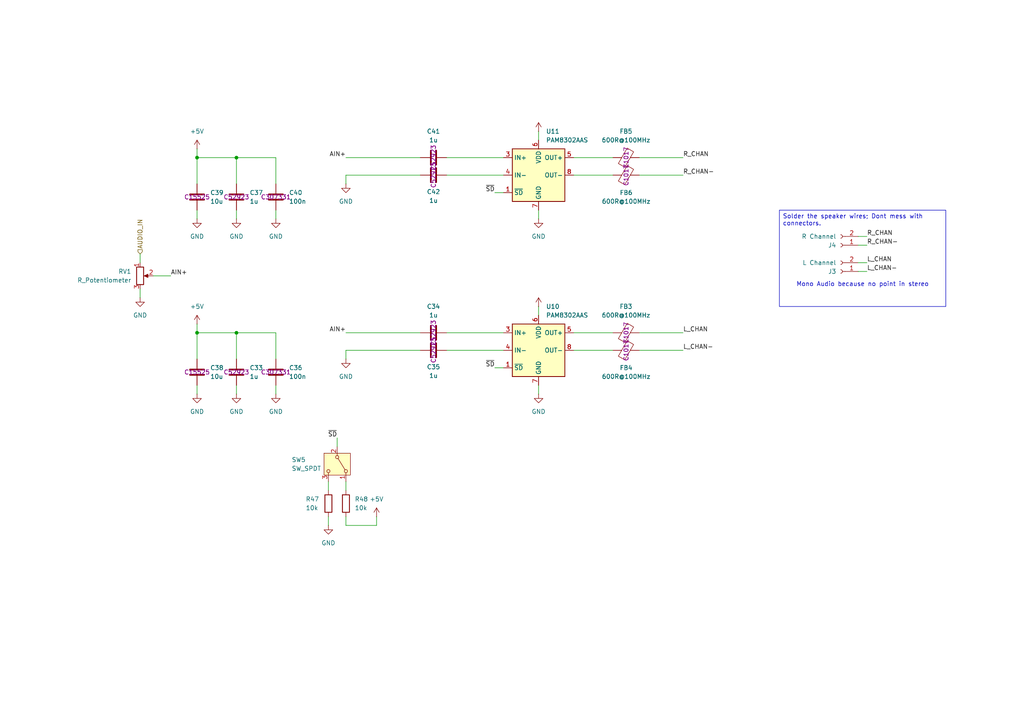
<source format=kicad_sch>
(kicad_sch (version 20250114) (generator "eeschema") (generator_version "9.0")
  (paper "A4")
  (title_block (rev "Rev.1"))
  (lib_symbols
    (symbol "Amplifier_Audio:PAM8302AAS"
      (property "Reference" "U" (at 7.62 11.43 0))
      (property "Value" "PAM8302AAS" (at 7.62 8.89 0))
      (symbol "PAM8302AAS_0_1"
        (rectangle (start -7.62 7.62) (end 7.62 -7.62) (stroke (width 0.254)) (fill (type background)))
      )
      (symbol "PAM8302AAS_1_1"
        (pin input line (at -10.16 5.08 0) (length 2.54) (name "IN+") (number "3"))
        (pin input line (at -10.16 0 0) (length 2.54) (name "IN-") (number "4"))
        (pin input line (at -10.16 -5.08 0) (length 2.54) (name "~{SD}") (number "1"))
        (pin power_in line (at 0 10.16 270) (length 2.54) (name "VDD") (number "6"))
        (pin power_in line (at 0 -10.16 90) (length 2.54) (name "GND") (number "7"))
        (pin no_connect line (at 7.62 -5.08 180) (length 2.54) (hide yes) (name "NC") (number "2"))
        (pin output line (at 10.16 5.08 180) (length 2.54) (name "OUT+") (number "5"))
        (pin output line (at 10.16 0 180) (length 2.54) (name "OUT-") (number "8"))
      )
    )
    (symbol "Connector:Conn_01x02_Socket" (pin_names (offset 1.016) (hide yes))
      (property "Reference" "J" (at 0 2.54 0))
      (property "Value" "Conn_01x02_Socket" (at 0 -5.08 0))
      (symbol "Conn_01x02_Socket_1_1"
        (polyline (pts (xy -1.27 0) (xy -0.508 0)) (stroke (width 0.1524)))
        (polyline (pts (xy -1.27 -2.54) (xy -0.508 -2.54)) (stroke (width 0.1524)))
        (arc (start 0 -0.508) (mid -0.5058 0) (end 0 0.508) (stroke (width 0.1524)))
        (arc (start 0 -3.048) (mid -0.5058 -2.54) (end 0 -2.032) (stroke (width 0.1524)))
        (pin passive line (at -5.08 0 0) (length 3.81) (name "Pin_1") (number "1"))
        (pin passive line (at -5.08 -2.54 0) (length 3.81) (name "Pin_2") (number "2"))
      )
    )
    (symbol "Device:C" (pin_numbers (hide yes)) (pin_names (offset 0.254))
      (property "Reference" "C" (at 0.635 2.54 0))
      (property "Value" "C" (at 0.635 -2.54 0))
      (symbol "C_0_1"
        (polyline (pts (xy -2.032 0.762) (xy 2.032 0.762)) (stroke (width 0.508)))
        (polyline (pts (xy -2.032 -0.762) (xy 2.032 -0.762)) (stroke (width 0.508)))
      )
      (symbol "C_1_1"
        (pin passive line (at 0 3.81 270) (length 2.794) (name "~") (number "1"))
        (pin passive line (at 0 -3.81 90) (length 2.794) (name "~") (number "2"))
      )
    )
    (symbol "Device:FerriteBead" (pin_numbers (hide yes)) (pin_names (offset 0))
      (property "Reference" "FB" (at -3.81 0.635 90))
      (property "Value" "FerriteBead" (at 3.81 0 90))
      (symbol "FerriteBead_0_1"
        (polyline (pts (xy -2.7686 0.4064) (xy -1.7018 2.2606) (xy 2.7686 -0.3048) (xy 1.6764 -2.159) (xy -2.7686 0.4064)))
        (polyline (pts (xy 0 1.27) (xy 0 1.2954)))
        (polyline (pts (xy 0 -1.27) (xy 0 -1.2192)))
      )
      (symbol "FerriteBead_1_1"
        (pin passive line (at 0 3.81 270) (length 2.54) (name "~") (number "1"))
        (pin passive line (at 0 -3.81 90) (length 2.54) (name "~") (number "2"))
      )
    )
    (symbol "Device:R" (pin_numbers (hide yes)) (pin_names (offset 0))
      (property "Reference" "R" (at 2.032 0 90))
      (property "Value" "R" (at 0 0 90))
      (symbol "R_0_1"
        (rectangle (start -1.016 -2.54) (end 1.016 2.54) (stroke (width 0.254)))
      )
      (symbol "R_1_1"
        (pin passive line (at 0 3.81 270) (length 1.27) (name "~") (number "1"))
        (pin passive line (at 0 -3.81 90) (length 1.27) (name "~") (number "2"))
      )
    )
    (symbol "Device:R_Potentiometer" (pin_names (offset 1.016) (hide yes))
      (property "Reference" "RV" (at -4.445 0 90))
      (property "Value" "R_Potentiometer" (at -2.54 0 90))
      (symbol "R_Potentiometer_0_1"
        (rectangle (start 1.016 2.54) (end -1.016 -2.54) (stroke (width 0.254)))
        (polyline (pts (xy 1.143 0) (xy 2.286 0.508) (xy 2.286 -0.508) (xy 1.143 0)) (fill (type outline)))
        (polyline (pts (xy 2.54 0) (xy 1.524 0)))
      )
      (symbol "R_Potentiometer_1_1"
        (pin passive line (at 0 3.81 270) (length 1.27) (name "1") (number "1"))
        (pin passive line (at 0 -3.81 90) (length 1.27) (name "3") (number "3"))
        (pin passive line (at 3.81 0 180) (length 1.27) (name "2") (number "2"))
      )
    )
    (symbol "Switch:SW_SPDT" (pin_names (offset 0) (hide yes))
      (property "Reference" "SW" (at 0 5.08 0))
      (property "Value" "SW_SPDT" (at 0 -5.08 0))
      (symbol "SW_SPDT_0_1"
        (circle (center -2.032 0) (radius 0.4572))
        (polyline (pts (xy -1.651 0.254) (xy 1.651 2.286)))
        (circle (center 2.032 2.54) (radius 0.4572))
        (circle (center 2.032 -2.54) (radius 0.4572))
      )
      (symbol "SW_SPDT_1_1"
        (rectangle (start -3.175 3.81) (end 3.175 -3.81) (fill (type background)))
        (pin passive line (at -5.08 0 0) (length 2.54) (name "B") (number "2"))
        (pin passive line (at 5.08 2.54 180) (length 2.54) (name "A") (number "1"))
        (pin passive line (at 5.08 -2.54 180) (length 2.54) (name "C") (number "3"))
      )
    )
    (symbol "power:+5V" (power) (pin_numbers (hide yes)) (pin_names (offset 0) (hide yes))
      (property "Value" "+5V" (at 0 3.556 0))
      (symbol "+5V_0_1"
        (polyline (pts (xy -0.762 1.27) (xy 0 2.54)))
        (polyline (pts (xy 0 2.54) (xy 0.762 1.27)))
        (polyline (pts (xy 0 0) (xy 0 2.54)))
      )
      (symbol "+5V_1_1"
        (pin power_in line (at 0 0 90) (length 0) (name "~") (number "1"))
      )
    )
    (symbol "power:GND" (power) (pin_numbers (hide yes)) (pin_names (offset 0) (hide yes))
      (property "Value" "GND" (at 0 -3.81 0))
      (symbol "GND_0_1"
        (polyline (pts (xy 0 0) (xy 0 -1.27) (xy 1.27 -1.27) (xy 0 -2.54) (xy -1.27 -1.27) (xy 0 -1.27)))
      )
      (symbol "GND_1_1"
        (pin power_in line (at 0 0 270) (length 0) (name "~") (number "1"))
      )
    )
  )
  (text "Mono Audio because no point in stereo" (at 250.19 82.55 0) (effects (font (size 1.27 1.27))))
  (text_box "Solder the speaker wires; Dont mess with connectors." (at 226.06 60.96 0) (size 48.26 27.94) (margins 0.9525 0.9525 0.9525 0.9525) (effects (font (size 1.27 1.27)) (justify left top)))
  (junction (at 57.15 96.52))
  (junction (at 68.58 96.52))
  (junction (at 57.15 45.72))
  (junction (at 68.58 45.72))
  (wire (pts (xy 185.42 101.6) (xy 198.12 101.6)))
  (wire (pts (xy 95.25 139.7) (xy 95.25 142.24)))
  (wire (pts (xy 57.15 60.96) (xy 57.15 63.5)))
  (wire (pts (xy 68.58 45.72) (xy 80.01 45.72)))
  (wire (pts (xy 95.25 149.86) (xy 95.25 152.4)))
  (wire (pts (xy 185.42 45.72) (xy 198.12 45.72)))
  (wire (pts (xy 129.54 50.8) (xy 146.05 50.8)))
  (wire (pts (xy 68.58 104.14) (xy 68.58 96.52)))
  (wire (pts (xy 166.37 45.72) (xy 177.8 45.72)))
  (wire (pts (xy 129.54 96.52) (xy 146.05 96.52)))
  (wire (pts (xy 129.54 101.6) (xy 146.05 101.6)))
  (wire (pts (xy 156.21 38.1) (xy 156.21 40.64)))
  (wire (pts (xy 143.51 106.68) (xy 146.05 106.68)))
  (wire (pts (xy 100.33 101.6) (xy 121.92 101.6)))
  (wire (pts (xy 57.15 96.52) (xy 68.58 96.52)))
  (wire (pts (xy 143.51 55.88) (xy 146.05 55.88)))
  (wire (pts (xy 57.15 111.76) (xy 57.15 114.3)))
  (wire (pts (xy 68.58 60.96) (xy 68.58 63.5)))
  (wire (pts (xy 248.92 71.12) (xy 251.46 71.12)))
  (wire (pts (xy 100.33 53.34) (xy 100.33 50.8)))
  (wire (pts (xy 68.58 96.52) (xy 80.01 96.52)))
  (wire (pts (xy 97.79 127) (xy 97.79 129.54)))
  (wire (pts (xy 57.15 104.14) (xy 57.15 96.52)))
  (wire (pts (xy 166.37 96.52) (xy 177.8 96.52)))
  (wire (pts (xy 166.37 101.6) (xy 177.8 101.6)))
  (wire (pts (xy 251.46 76.2) (xy 248.92 76.2)))
  (wire (pts (xy 57.15 93.98) (xy 57.15 96.52)))
  (wire (pts (xy 80.01 45.72) (xy 80.01 53.34)))
  (wire (pts (xy 156.21 60.96) (xy 156.21 63.5)))
  (wire (pts (xy 57.15 45.72) (xy 68.58 45.72)))
  (wire (pts (xy 248.92 78.74) (xy 251.46 78.74)))
  (wire (pts (xy 80.01 60.96) (xy 80.01 63.5)))
  (wire (pts (xy 100.33 96.52) (xy 121.92 96.52)))
  (wire (pts (xy 100.33 45.72) (xy 121.92 45.72)))
  (wire (pts (xy 100.33 50.8) (xy 121.92 50.8)))
  (wire (pts (xy 251.46 68.58) (xy 248.92 68.58)))
  (wire (pts (xy 185.42 50.8) (xy 198.12 50.8)))
  (wire (pts (xy 68.58 53.34) (xy 68.58 45.72)))
  (wire (pts (xy 57.15 43.18) (xy 57.15 45.72)))
  (wire (pts (xy 80.01 96.52) (xy 80.01 104.14)))
  (wire (pts (xy 166.37 50.8) (xy 177.8 50.8)))
  (wire (pts (xy 44.45 80.01) (xy 49.53 80.01)))
  (wire (pts (xy 100.33 104.14) (xy 100.33 101.6)))
  (wire (pts (xy 100.33 139.7) (xy 100.33 142.24)))
  (wire (pts (xy 156.21 111.76) (xy 156.21 114.3)))
  (wire (pts (xy 80.01 111.76) (xy 80.01 114.3)))
  (wire (pts (xy 185.42 96.52) (xy 198.12 96.52)))
  (wire (pts (xy 68.58 111.76) (xy 68.58 114.3)))
  (wire (pts (xy 40.64 73.66) (xy 40.64 76.2)))
  (wire (pts (xy 40.64 83.82) (xy 40.64 86.36)))
  (wire (pts (xy 129.54 45.72) (xy 146.05 45.72)))
  (wire (pts (xy 57.15 53.34) (xy 57.15 45.72)))
  (wire (pts (xy 156.21 88.9) (xy 156.21 91.44)))
  (wire (pts (xy 100.33 152.4) (xy 100.33 149.86)))
  (wire (pts (xy 109.22 149.86) (xy 109.22 152.4)))
  (wire (pts (xy 109.22 152.4) (xy 100.33 152.4)))
  (label "L_CHAN" (at 251.46 76.2 0))
  (label "L_CHAN" (at 198.12 96.52 0))
  (label "R_CHAN" (at 251.46 68.58 0))
  (label "R_CHAN-" (at 198.12 50.8 0))
  (label "R_CHAN-" (at 251.46 71.12 0))
  (label "AIN+" (at 49.53 80.01 0))
  (label "AIN+" (at 100.33 45.72 180))
  (label "~{SD}" (at 143.51 55.88 180))
  (label "~{SD}" (at 97.79 127 180))
  (label "L_CHAN-" (at 251.46 78.74 0))
  (label "R_CHAN" (at 198.12 45.72 0))
  (label "~{SD}" (at 143.51 106.68 180))
  (label "L_CHAN-" (at 198.12 101.6 0))
  (label "AIN+" (at 100.33 96.52 180))
  (hierarchical_label "AUDIO_IN" (shape input) (at 40.64 73.66 90))
  (symbol (lib_id "Device:C") (at 68.58 107.95 0) (unit 1)
    (property "Reference" "C33" (at 72.39 106.6799 0) (effects (justify left)))
    (property "Value" "1u" (at 72.39 109.2199 0) (effects (justify left)))
    (property "Footprint" "Capacitor_SMD:C_0402_1005Metric" (effects (hide yes)))
    (property "Description" "Unpolarized capacitor" (effects (hide yes)))
    (property "LCSC" "C52923" (at 68.58 107.95 0))
  )
  (symbol (lib_id "power:GND") (at 95.25 152.4 0) (unit 1)
    (property "Reference" "#PWR072" (effects (hide yes)))
    (property "Value" "GND" (at 95.25 157.48 0))
    (property "Description" "Power symbol creates a global label with name \"GND\" , ground" (effects (hide yes)))
  )
  (symbol (lib_id "power:GND") (at 68.58 114.3 0) (unit 1)
    (property "Reference" "#PWR058" (effects (hide yes)))
    (property "Value" "GND" (at 68.58 119.38 0))
    (property "Description" "Power symbol creates a global label with name \"GND\" , ground" (effects (hide yes)))
  )
  (symbol (lib_id "Device:FerriteBead") (at 181.61 50.8 90) (unit 1)
    (property "Reference" "FB6" (at 181.61 55.88 90))
    (property "Value" "600R@100MHz" (at 181.61 58.42 90))
    (property "Footprint" "Resistor_SMD:R_0805_2012Metric" (effects (hide yes)))
    (property "Description" "Ferrite bead" (effects (hide yes)))
    (property "LCSC" "C1017" (at 181.61 50.8 0))
  )
  (symbol (lib_id "Device:C") (at 125.73 50.8 90) (unit 1)
    (property "Reference" "C42" (at 125.73 55.626 90))
    (property "Value" "1u" (at 125.73 58.166 90))
    (property "Footprint" "Capacitor_SMD:C_0402_1005Metric" (effects (hide yes)))
    (property "Description" "Unpolarized capacitor" (effects (hide yes)))
    (property "LCSC" "C52923" (at 125.73 50.8 0))
  )
  (symbol (lib_id "Device:FerriteBead") (at 181.61 96.52 90) (unit 1)
    (property "Reference" "FB3" (at 181.5592 88.9 90))
    (property "Value" "600R@100MHz" (at 181.5592 91.44 90))
    (property "Footprint" "Resistor_SMD:R_0805_2012Metric" (effects (hide yes)))
    (property "Description" "Ferrite bead" (effects (hide yes)))
    (property "LCSC" "C1017" (at 181.61 96.52 0))
  )
  (symbol (lib_id "power:GND") (at 156.21 63.5 0) (unit 1)
    (property "Reference" "#PWR075" (effects (hide yes)))
    (property "Value" "GND" (at 156.21 68.58 0))
    (property "Description" "Power symbol creates a global label with name \"GND\" , ground" (effects (hide yes)))
  )
  (symbol (lib_id "power:+5V") (at 57.15 43.18 0) (unit 1)
    (property "Reference" "#PWR064" (effects (hide yes)))
    (property "Value" "+5V" (at 57.15 38.1 0))
    (property "Description" "Power symbol creates a global label with name \"+5V\"" (effects (hide yes)))
  )
  (symbol (lib_id "power:GND") (at 100.33 104.14 0) (unit 1)
    (property "Reference" "#PWR057" (effects (hide yes)))
    (property "Value" "GND" (at 100.33 109.22 0))
    (property "Description" "Power symbol creates a global label with name \"GND\" , ground" (effects (hide yes)))
  )
  (symbol (lib_id "power:GND") (at 68.58 63.5 0) (unit 1)
    (property "Reference" "#PWR069" (effects (hide yes)))
    (property "Value" "GND" (at 68.58 68.58 0))
    (property "Description" "Power symbol creates a global label with name \"GND\" , ground" (effects (hide yes)))
  )
  (symbol (lib_id "power:GND") (at 100.33 53.34 0) (unit 1)
    (property "Reference" "#PWR071" (effects (hide yes)))
    (property "Value" "GND" (at 100.33 58.42 0))
    (property "Description" "Power symbol creates a global label with name \"GND\" , ground" (effects (hide yes)))
  )
  (symbol (lib_id "Device:R") (at 95.25 146.05 0) (unit 1)
    (property "Reference" "R47" (at 88.646 144.78 0) (effects (justify left)))
    (property "Value" "10k" (at 88.646 147.32 0) (effects (justify left)))
    (property "Footprint" "Resistor_SMD:R_0402_1005Metric" (effects (hide yes)))
    (property "Description" "Resistor" (effects (hide yes)))
  )
  (symbol (lib_id "Connector:Conn_01x02_Socket") (at 243.84 71.12 180) (unit 1)
    (property "Reference" "J4" (at 242.57 71.1201 0) (effects (justify left)))
    (property "Value" "R Channel" (at 242.57 68.5801 0) (effects (justify left)))
    (property "Footprint" "Connector_PinSocket_2.54mm:PinSocket_1x02_P2.54mm_Vertical" (effects (hide yes)))
    (property "Description" "Generic connector, single row, 01x02, script generated" (effects (hide yes)))
  )
  (symbol (lib_id "power:+5V") (at 109.22 149.86 0) (unit 1)
    (property "Reference" "#PWR073" (effects (hide yes)))
    (property "Value" "+5V" (at 109.22 144.78 0))
    (property "Description" "Power symbol creates a global label with name \"+5V\"" (effects (hide yes)))
  )
  (symbol (lib_id "Device:C") (at 125.73 96.52 90) (unit 1)
    (property "Reference" "C34" (at 125.73 88.9 90))
    (property "Value" "1u" (at 125.73 91.44 90))
    (property "Footprint" "Capacitor_SMD:C_0402_1005Metric" (effects (hide yes)))
    (property "Description" "Unpolarized capacitor" (effects (hide yes)))
    (property "LCSC" "C52923" (at 125.73 96.52 0))
  )
  (symbol (lib_id "Device:FerriteBead") (at 181.61 101.6 90) (unit 1)
    (property "Reference" "FB4" (at 181.61 106.68 90))
    (property "Value" "600R@100MHz" (at 181.61 109.22 90))
    (property "Footprint" "Resistor_SMD:R_0805_2012Metric" (effects (hide yes)))
    (property "Description" "Ferrite bead" (effects (hide yes)))
    (property "LCSC" "C1017" (at 181.61 101.6 0))
  )
  (symbol (lib_id "power:GND") (at 40.64 86.36 0) (unit 1)
    (property "Reference" "#PWR063" (effects (hide yes)))
    (property "Value" "GND" (at 40.64 91.44 0))
    (property "Description" "Power symbol creates a global label with name \"GND\" , ground" (effects (hide yes)))
  )
  (symbol (lib_id "Device:R") (at 100.33 146.05 0) (unit 1)
    (property "Reference" "R48" (at 102.87 144.7799 0) (effects (justify left)))
    (property "Value" "10k" (at 102.87 147.3199 0) (effects (justify left)))
    (property "Footprint" "Resistor_SMD:R_0402_1005Metric" (effects (hide yes)))
    (property "Description" "Resistor" (effects (hide yes)))
  )
  (symbol (lib_id "power:+5V") (at 156.21 38.1 0) (unit 1)
    (property "Reference" "#PWR074" (effects (hide yes)))
    (property "Value" "+5V" (effects (hide yes)))
    (property "Description" "Power symbol creates a global label with name \"+5V\"" (effects (hide yes)))
  )
  (symbol (lib_id "Switch:SW_SPDT") (at 97.79 134.62 270) (unit 1)
    (property "Reference" "SW5" (at 84.582 133.35 90) (effects (justify left)))
    (property "Value" "SW_SPDT" (at 84.582 135.89 90) (effects (justify left)))
    (property "Footprint" "Button_Switch_SMD:SW_SPDT_PCM12" (effects (hide yes)))
    (property "Description" "Switch, single pole double throw" (effects (hide yes)))
  )
  (symbol (lib_id "Device:C") (at 80.01 107.95 0) (unit 1)
    (property "Reference" "C36" (at 83.82 106.6799 0) (effects (justify left)))
    (property "Value" "100n" (at 83.82 109.2199 0) (effects (justify left)))
    (property "Footprint" "Capacitor_SMD:C_0402_1005Metric" (effects (hide yes)))
    (property "Description" "Unpolarized capacitor" (effects (hide yes)))
    (property "LCSC" "C307331" (at 80.01 107.95 0))
  )
  (symbol (lib_id "power:GND") (at 80.01 114.3 0) (unit 1)
    (property "Reference" "#PWR060" (effects (hide yes)))
    (property "Value" "GND" (at 80.01 119.38 0))
    (property "Description" "Power symbol creates a global label with name \"GND\" , ground" (effects (hide yes)))
  )
  (symbol (lib_id "power:GND") (at 156.21 114.3 0) (unit 1)
    (property "Reference" "#PWR062" (effects (hide yes)))
    (property "Value" "GND" (at 156.21 119.38 0))
    (property "Description" "Power symbol creates a global label with name \"GND\" , ground" (effects (hide yes)))
  )
  (symbol (lib_id "Device:C") (at 80.01 57.15 0) (unit 1)
    (property "Reference" "C40" (at 83.82 55.8799 0) (effects (justify left)))
    (property "Value" "100n" (at 83.82 58.4199 0) (effects (justify left)))
    (property "Footprint" "Capacitor_SMD:C_0402_1005Metric" (effects (hide yes)))
    (property "Description" "Unpolarized capacitor" (effects (hide yes)))
    (property "LCSC" "C307331" (at 80.01 57.15 0))
  )
  (symbol (lib_id "Amplifier_Audio:PAM8302AAS") (at 156.21 101.6 0) (unit 1)
    (property "Reference" "U10" (at 158.3533 88.9 0) (effects (justify left)))
    (property "Value" "PAM8302AAS" (at 158.3533 91.44 0) (effects (justify left)))
    (property "Footprint" "Package_SO:MSOP-8_3x3mm_P0.65mm" (effects (hide yes)))
    (property "Datasheet" "https://www.diodes.com/assets/Datasheets/PAM8302A.pdf" (effects (hide yes)))
    (property "Description" "2.5W Filterless Class-D Mono Audio Amplifier, MSOP-8" (effects (hide yes)))
  )
  (symbol (lib_id "Device:FerriteBead") (at 181.61 45.72 90) (unit 1)
    (property "Reference" "FB5" (at 181.5592 38.1 90))
    (property "Value" "600R@100MHz" (at 181.5592 40.64 90))
    (property "Footprint" "Resistor_SMD:R_0805_2012Metric" (effects (hide yes)))
    (property "Description" "Ferrite bead" (effects (hide yes)))
    (property "LCSC" "C1017" (at 181.61 45.72 0))
  )
  (symbol (lib_id "power:GND") (at 57.15 114.3 0) (unit 1)
    (property "Reference" "#PWR065" (effects (hide yes)))
    (property "Value" "GND" (at 57.15 119.38 0))
    (property "Description" "Power symbol creates a global label with name \"GND\" , ground" (effects (hide yes)))
  )
  (symbol (lib_id "power:+5V") (at 57.15 93.98 0) (unit 1)
    (property "Reference" "#PWR059" (effects (hide yes)))
    (property "Value" "+5V" (at 57.15 88.9 0))
    (property "Description" "Power symbol creates a global label with name \"+5V\"" (effects (hide yes)))
  )
  (symbol (lib_id "Connector:Conn_01x02_Socket") (at 243.84 78.74 180) (unit 1)
    (property "Reference" "J3" (at 242.57 78.7401 0) (effects (justify left)))
    (property "Value" "L Channel" (at 242.57 76.2001 0) (effects (justify left)))
    (property "Footprint" "Connector_PinSocket_2.54mm:PinSocket_1x02_P2.54mm_Vertical" (effects (hide yes)))
    (property "Description" "Generic connector, single row, 01x02, script generated" (effects (hide yes)))
  )
  (symbol (lib_id "power:GND") (at 80.01 63.5 0) (unit 1)
    (property "Reference" "#PWR070" (effects (hide yes)))
    (property "Value" "GND" (at 80.01 68.58 0))
    (property "Description" "Power symbol creates a global label with name \"GND\" , ground" (effects (hide yes)))
  )
  (symbol (lib_id "power:+5V") (at 156.21 88.9 0) (unit 1)
    (property "Reference" "#PWR061" (effects (hide yes)))
    (property "Value" "+5V" (effects (hide yes)))
    (property "Description" "Power symbol creates a global label with name \"+5V\"" (effects (hide yes)))
  )
  (symbol (lib_id "power:GND") (at 57.15 63.5 0) (unit 1)
    (property "Reference" "#PWR068" (effects (hide yes)))
    (property "Value" "GND" (at 57.15 68.58 0))
    (property "Description" "Power symbol creates a global label with name \"GND\" , ground" (effects (hide yes)))
  )
  (symbol (lib_id "Device:R_Potentiometer") (at 40.64 80.01 0) (unit 1)
    (property "Reference" "RV1" (at 38.1 78.7399 0) (effects (justify right)))
    (property "Value" "R_Potentiometer" (at 38.1 81.2799 0) (effects (justify right)))
    (property "Footprint" "REGI:RES3_91A_TTE" (effects (hide yes)))
    (property "Description" "Potentiometer" (effects (hide yes)))
  )
  (symbol (lib_id "Amplifier_Audio:PAM8302AAS") (at 156.21 50.8 0) (unit 1)
    (property "Reference" "U11" (at 158.3533 38.1 0) (effects (justify left)))
    (property "Value" "PAM8302AAS" (at 158.3533 40.64 0) (effects (justify left)))
    (property "Footprint" "Package_SO:MSOP-8_3x3mm_P0.65mm" (effects (hide yes)))
    (property "Datasheet" "https://www.diodes.com/assets/Datasheets/PAM8302A.pdf" (effects (hide yes)))
    (property "Description" "2.5W Filterless Class-D Mono Audio Amplifier, MSOP-8" (effects (hide yes)))
  )
  (symbol (lib_id "Device:C") (at 57.15 57.15 0) (unit 1)
    (property "Reference" "C39" (at 60.96 55.8799 0) (effects (justify left)))
    (property "Value" "10u" (at 60.96 58.4199 0) (effects (justify left)))
    (property "Footprint" "Capacitor_SMD:C_0402_1005Metric" (effects (hide yes)))
    (property "Description" "Unpolarized capacitor" (effects (hide yes)))
    (property "LCSC" "C15525" (at 57.15 57.15 0))
  )
  (symbol (lib_id "Device:C") (at 125.73 45.72 90) (unit 1)
    (property "Reference" "C41" (at 125.73 38.1 90))
    (property "Value" "1u" (at 125.73 40.64 90))
    (property "Footprint" "Capacitor_SMD:C_0402_1005Metric" (effects (hide yes)))
    (property "Description" "Unpolarized capacitor" (effects (hide yes)))
    (property "LCSC" "C52923" (at 125.73 45.72 0))
  )
  (symbol (lib_id "Device:C") (at 68.58 57.15 0) (unit 1)
    (property "Reference" "C37" (at 72.39 55.8799 0) (effects (justify left)))
    (property "Value" "1u" (at 72.39 58.4199 0) (effects (justify left)))
    (property "Footprint" "Capacitor_SMD:C_0402_1005Metric" (effects (hide yes)))
    (property "Description" "Unpolarized capacitor" (effects (hide yes)))
    (property "LCSC" "C52923" (at 68.58 57.15 0))
  )
  (symbol (lib_id "Device:C") (at 125.73 101.6 90) (unit 1)
    (property "Reference" "C35" (at 125.73 106.426 90))
    (property "Value" "1u" (at 125.73 108.966 90))
    (property "Footprint" "Capacitor_SMD:C_0402_1005Metric" (effects (hide yes)))
    (property "Description" "Unpolarized capacitor" (effects (hide yes)))
    (property "LCSC" "C52923" (at 125.73 101.6 0))
  )
  (symbol (lib_id "Device:C") (at 57.15 107.95 0) (unit 1)
    (property "Reference" "C38" (at 60.96 106.6799 0) (effects (justify left)))
    (property "Value" "10u" (at 60.96 109.2199 0) (effects (justify left)))
    (property "Footprint" "Capacitor_SMD:C_0402_1005Metric" (effects (hide yes)))
    (property "Description" "Unpolarized capacitor" (effects (hide yes)))
    (property "LCSC" "C15525" (at 57.15 107.95 0))
  )
)
</source>
